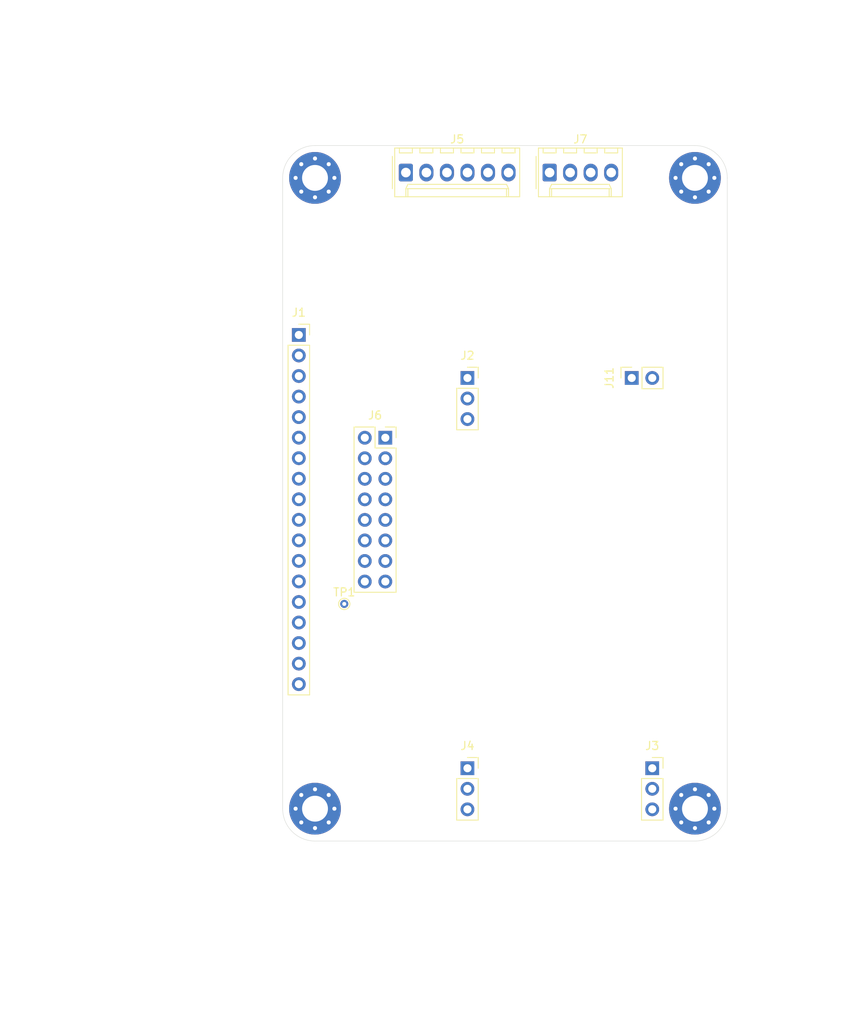
<source format=kicad_pcb>
(kicad_pcb (version 20171130) (host pcbnew "(5.1.6)-1")

  (general
    (thickness 1.6)
    (drawings 17)
    (tracks 0)
    (zones 0)
    (modules 13)
    (nets 21)
  )

  (page A4)
  (layers
    (0 F.Cu signal)
    (31 B.Cu signal)
    (32 B.Adhes user)
    (33 F.Adhes user)
    (34 B.Paste user)
    (35 F.Paste user)
    (36 B.SilkS user)
    (37 F.SilkS user)
    (38 B.Mask user)
    (39 F.Mask user)
    (40 Dwgs.User user)
    (41 Cmts.User user)
    (42 Eco1.User user)
    (43 Eco2.User user)
    (44 Edge.Cuts user)
    (45 Margin user)
    (46 B.CrtYd user)
    (47 F.CrtYd user)
    (48 B.Fab user)
    (49 F.Fab user)
  )

  (setup
    (last_trace_width 0.25)
    (user_trace_width 0.2)
    (user_trace_width 0.5)
    (trace_clearance 0.1)
    (zone_clearance 0.508)
    (zone_45_only no)
    (trace_min 0.2)
    (via_size 0.8)
    (via_drill 0.4)
    (via_min_size 0.4)
    (via_min_drill 0.3)
    (uvia_size 0.3)
    (uvia_drill 0.1)
    (uvias_allowed no)
    (uvia_min_size 0.2)
    (uvia_min_drill 0.1)
    (edge_width 0.05)
    (segment_width 0.2)
    (pcb_text_width 0.3)
    (pcb_text_size 1.5 1.5)
    (mod_edge_width 0.12)
    (mod_text_size 1 1)
    (mod_text_width 0.15)
    (pad_size 1.524 1.524)
    (pad_drill 0.762)
    (pad_to_mask_clearance 0.05)
    (aux_axis_origin 0 0)
    (visible_elements 7FFFFFFF)
    (pcbplotparams
      (layerselection 0x010fc_ffffffff)
      (usegerberextensions false)
      (usegerberattributes true)
      (usegerberadvancedattributes true)
      (creategerberjobfile true)
      (excludeedgelayer true)
      (linewidth 0.100000)
      (plotframeref false)
      (viasonmask false)
      (mode 1)
      (useauxorigin false)
      (hpglpennumber 1)
      (hpglpenspeed 20)
      (hpglpendiameter 15.000000)
      (psnegative false)
      (psa4output false)
      (plotreference true)
      (plotvalue true)
      (plotinvisibletext false)
      (padsonsilk false)
      (subtractmaskfromsilk false)
      (outputformat 1)
      (mirror false)
      (drillshape 1)
      (scaleselection 1)
      (outputdirectory ""))
  )

  (net 0 "")
  (net 1 /+24V)
  (net 2 /SC_BSPD_IMD)
  (net 3 /SC_TSMS_precharge)
  (net 4 /reset)
  (net 5 /CAN1_H)
  (net 6 /CAN1_L)
  (net 7 /CAN2_H)
  (net 8 /CAN2_L)
  (net 9 /SC_AMS_TBD)
  (net 10 /relays_open+)
  (net 11 /relays_open-)
  (net 12 /TS_state_accumulator+)
  (net 13 /TS_state_accumulator-)
  (net 14 /GND)
  (net 15 /enable_AIR+)
  (net 16 /enable_AIR-)
  (net 17 /enable_precharge)
  (net 18 /relays_open)
  (net 19 /AUX1)
  (net 20 /enable_fans)

  (net_class Default "This is the default net class."
    (clearance 0.1)
    (trace_width 0.25)
    (via_dia 0.8)
    (via_drill 0.4)
    (uvia_dia 0.3)
    (uvia_drill 0.1)
    (add_net /AUX1)
    (add_net /CAN1_H)
    (add_net /CAN1_L)
    (add_net /CAN2_H)
    (add_net /CAN2_L)
    (add_net /GND)
    (add_net /SC_AMS_TBD)
    (add_net /SC_BSPD_IMD)
    (add_net /SC_TSMS_precharge)
    (add_net /TS_state_accumulator+)
    (add_net /TS_state_accumulator-)
    (add_net /enable_AIR+)
    (add_net /enable_AIR-)
    (add_net /enable_fans)
    (add_net /enable_precharge)
    (add_net /relays_open)
    (add_net /relays_open+)
    (add_net /relays_open-)
    (add_net /reset)
  )

  (net_class Power ""
    (clearance 0.2)
    (trace_width 0.5)
    (via_dia 0.8)
    (via_drill 0.4)
    (uvia_dia 0.3)
    (uvia_drill 0.1)
    (add_net /+24V)
  )

  (module MountingHole:MountingHole_3.2mm_M3_Pad_Via locked (layer F.Cu) (tedit 56DDBCCA) (tstamp 5F67553F)
    (at 178 54)
    (descr "Mounting Hole 3.2mm, M3")
    (tags "mounting hole 3.2mm m3")
    (path /5F6833F4)
    (attr virtual)
    (fp_text reference H3 (at 0 -4.2) (layer F.SilkS) hide
      (effects (font (size 1 1) (thickness 0.15)))
    )
    (fp_text value MountingHole_Pad (at 0 4.2) (layer F.Fab)
      (effects (font (size 1 1) (thickness 0.15)))
    )
    (fp_circle (center 0 0) (end 3.45 0) (layer F.CrtYd) (width 0.05))
    (fp_circle (center 0 0) (end 3.2 0) (layer Cmts.User) (width 0.15))
    (fp_text user %R (at 0.3 0) (layer F.Fab)
      (effects (font (size 1 1) (thickness 0.15)))
    )
    (pad 1 thru_hole circle (at 1.697056 -1.697056) (size 0.8 0.8) (drill 0.5) (layers *.Cu *.Mask)
      (net 14 /GND))
    (pad 1 thru_hole circle (at 0 -2.4) (size 0.8 0.8) (drill 0.5) (layers *.Cu *.Mask)
      (net 14 /GND))
    (pad 1 thru_hole circle (at -1.697056 -1.697056) (size 0.8 0.8) (drill 0.5) (layers *.Cu *.Mask)
      (net 14 /GND))
    (pad 1 thru_hole circle (at -2.4 0) (size 0.8 0.8) (drill 0.5) (layers *.Cu *.Mask)
      (net 14 /GND))
    (pad 1 thru_hole circle (at -1.697056 1.697056) (size 0.8 0.8) (drill 0.5) (layers *.Cu *.Mask)
      (net 14 /GND))
    (pad 1 thru_hole circle (at 0 2.4) (size 0.8 0.8) (drill 0.5) (layers *.Cu *.Mask)
      (net 14 /GND))
    (pad 1 thru_hole circle (at 1.697056 1.697056) (size 0.8 0.8) (drill 0.5) (layers *.Cu *.Mask)
      (net 14 /GND))
    (pad 1 thru_hole circle (at 2.4 0) (size 0.8 0.8) (drill 0.5) (layers *.Cu *.Mask)
      (net 14 /GND))
    (pad 1 thru_hole circle (at 0 0) (size 6.4 6.4) (drill 3.2) (layers *.Cu *.Mask)
      (net 14 /GND))
  )

  (module MountingHole:MountingHole_3.2mm_M3_Pad_Via locked (layer F.Cu) (tedit 56DDBCCA) (tstamp 5F6634B1)
    (at 131 132)
    (descr "Mounting Hole 3.2mm, M3")
    (tags "mounting hole 3.2mm m3")
    (path /5F6A3F24)
    (attr virtual)
    (fp_text reference H4 (at 0 -4.2) (layer F.SilkS) hide
      (effects (font (size 1 1) (thickness 0.15)))
    )
    (fp_text value MountingHole_Pad (at 0 4.2) (layer F.Fab)
      (effects (font (size 1 1) (thickness 0.15)))
    )
    (fp_circle (center 0 0) (end 3.2 0) (layer Cmts.User) (width 0.15))
    (fp_circle (center 0 0) (end 3.45 0) (layer F.CrtYd) (width 0.05))
    (fp_text user %R (at 0.3 0) (layer F.Fab)
      (effects (font (size 1 1) (thickness 0.15)))
    )
    (pad 1 thru_hole circle (at 0 0) (size 6.4 6.4) (drill 3.2) (layers *.Cu *.Mask)
      (net 14 /GND))
    (pad 1 thru_hole circle (at 2.4 0) (size 0.8 0.8) (drill 0.5) (layers *.Cu *.Mask)
      (net 14 /GND))
    (pad 1 thru_hole circle (at 1.697056 1.697056) (size 0.8 0.8) (drill 0.5) (layers *.Cu *.Mask)
      (net 14 /GND))
    (pad 1 thru_hole circle (at 0 2.4) (size 0.8 0.8) (drill 0.5) (layers *.Cu *.Mask)
      (net 14 /GND))
    (pad 1 thru_hole circle (at -1.697056 1.697056) (size 0.8 0.8) (drill 0.5) (layers *.Cu *.Mask)
      (net 14 /GND))
    (pad 1 thru_hole circle (at -2.4 0) (size 0.8 0.8) (drill 0.5) (layers *.Cu *.Mask)
      (net 14 /GND))
    (pad 1 thru_hole circle (at -1.697056 -1.697056) (size 0.8 0.8) (drill 0.5) (layers *.Cu *.Mask)
      (net 14 /GND))
    (pad 1 thru_hole circle (at 0 -2.4) (size 0.8 0.8) (drill 0.5) (layers *.Cu *.Mask)
      (net 14 /GND))
    (pad 1 thru_hole circle (at 1.697056 -1.697056) (size 0.8 0.8) (drill 0.5) (layers *.Cu *.Mask)
      (net 14 /GND))
  )

  (module MountingHole:MountingHole_3.2mm_M3_Pad_Via locked (layer F.Cu) (tedit 56DDBCCA) (tstamp 5F663481)
    (at 178 132 90)
    (descr "Mounting Hole 3.2mm, M3")
    (tags "mounting hole 3.2mm m3")
    (path /5F682113)
    (attr virtual)
    (fp_text reference H1 (at 0 -4.2 90) (layer F.SilkS) hide
      (effects (font (size 1 1) (thickness 0.15)))
    )
    (fp_text value MountingHole_Pad (at 0 4.2 90) (layer F.Fab)
      (effects (font (size 1 1) (thickness 0.15)))
    )
    (fp_circle (center 0 0) (end 3.45 0) (layer F.CrtYd) (width 0.05))
    (fp_circle (center 0 0) (end 3.2 0) (layer Cmts.User) (width 0.15))
    (fp_text user %R (at 0.3 0 90) (layer F.Fab)
      (effects (font (size 1 1) (thickness 0.15)))
    )
    (pad 1 thru_hole circle (at 1.697056 -1.697056 90) (size 0.8 0.8) (drill 0.5) (layers *.Cu *.Mask)
      (net 14 /GND))
    (pad 1 thru_hole circle (at 0 -2.4 90) (size 0.8 0.8) (drill 0.5) (layers *.Cu *.Mask)
      (net 14 /GND))
    (pad 1 thru_hole circle (at -1.697056 -1.697056 90) (size 0.8 0.8) (drill 0.5) (layers *.Cu *.Mask)
      (net 14 /GND))
    (pad 1 thru_hole circle (at -2.4 0 90) (size 0.8 0.8) (drill 0.5) (layers *.Cu *.Mask)
      (net 14 /GND))
    (pad 1 thru_hole circle (at -1.697056 1.697056 90) (size 0.8 0.8) (drill 0.5) (layers *.Cu *.Mask)
      (net 14 /GND))
    (pad 1 thru_hole circle (at 0 2.4 90) (size 0.8 0.8) (drill 0.5) (layers *.Cu *.Mask)
      (net 14 /GND))
    (pad 1 thru_hole circle (at 1.697056 1.697056 90) (size 0.8 0.8) (drill 0.5) (layers *.Cu *.Mask)
      (net 14 /GND))
    (pad 1 thru_hole circle (at 2.4 0 90) (size 0.8 0.8) (drill 0.5) (layers *.Cu *.Mask)
      (net 14 /GND))
    (pad 1 thru_hole circle (at 0 0 90) (size 6.4 6.4) (drill 3.2) (layers *.Cu *.Mask)
      (net 14 /GND))
  )

  (module MountingHole:MountingHole_3.2mm_M3_Pad_Via locked (layer F.Cu) (tedit 56DDBCCA) (tstamp 5F67556C)
    (at 131 54)
    (descr "Mounting Hole 3.2mm, M3")
    (tags "mounting hole 3.2mm m3")
    (path /5F683118)
    (attr virtual)
    (fp_text reference H2 (at 0 -4.2) (layer F.SilkS) hide
      (effects (font (size 1 1) (thickness 0.15)))
    )
    (fp_text value MountingHole_Pad (at 0 4.2) (layer F.Fab)
      (effects (font (size 1 1) (thickness 0.15)))
    )
    (fp_circle (center 0 0) (end 3.2 0) (layer Cmts.User) (width 0.15))
    (fp_circle (center 0 0) (end 3.45 0) (layer F.CrtYd) (width 0.05))
    (fp_text user %R (at 0.3 0) (layer F.Fab)
      (effects (font (size 1 1) (thickness 0.15)))
    )
    (pad 1 thru_hole circle (at 0 0) (size 6.4 6.4) (drill 3.2) (layers *.Cu *.Mask)
      (net 14 /GND))
    (pad 1 thru_hole circle (at 2.4 0) (size 0.8 0.8) (drill 0.5) (layers *.Cu *.Mask)
      (net 14 /GND))
    (pad 1 thru_hole circle (at 1.697056 1.697056) (size 0.8 0.8) (drill 0.5) (layers *.Cu *.Mask)
      (net 14 /GND))
    (pad 1 thru_hole circle (at 0 2.4) (size 0.8 0.8) (drill 0.5) (layers *.Cu *.Mask)
      (net 14 /GND))
    (pad 1 thru_hole circle (at -1.697056 1.697056) (size 0.8 0.8) (drill 0.5) (layers *.Cu *.Mask)
      (net 14 /GND))
    (pad 1 thru_hole circle (at -2.4 0) (size 0.8 0.8) (drill 0.5) (layers *.Cu *.Mask)
      (net 14 /GND))
    (pad 1 thru_hole circle (at -1.697056 -1.697056) (size 0.8 0.8) (drill 0.5) (layers *.Cu *.Mask)
      (net 14 /GND))
    (pad 1 thru_hole circle (at 0 -2.4) (size 0.8 0.8) (drill 0.5) (layers *.Cu *.Mask)
      (net 14 /GND))
    (pad 1 thru_hole circle (at 1.697056 -1.697056) (size 0.8 0.8) (drill 0.5) (layers *.Cu *.Mask)
      (net 14 /GND))
  )

  (module Connector_Molex:Molex_KK-254_AE-6410-06A_1x06_P2.54mm_Vertical (layer F.Cu) (tedit 5EA53D3B) (tstamp 5F6753E0)
    (at 142.24 53.34)
    (descr "Molex KK-254 Interconnect System, old/engineering part number: AE-6410-06A example for new part number: 22-27-2061, 6 Pins (http://www.molex.com/pdm_docs/sd/022272021_sd.pdf), generated with kicad-footprint-generator")
    (tags "connector Molex KK-254 vertical")
    (path /5E9671BA)
    (fp_text reference J5 (at 6.35 -4.12) (layer F.SilkS)
      (effects (font (size 1 1) (thickness 0.15)))
    )
    (fp_text value Conn_01x06_Male (at 6.35 4.08) (layer F.Fab)
      (effects (font (size 1 1) (thickness 0.15)))
    )
    (fp_line (start -1.27 -2.92) (end -1.27 2.88) (layer F.Fab) (width 0.1))
    (fp_line (start -1.27 2.88) (end 13.97 2.88) (layer F.Fab) (width 0.1))
    (fp_line (start 13.97 2.88) (end 13.97 -2.92) (layer F.Fab) (width 0.1))
    (fp_line (start 13.97 -2.92) (end -1.27 -2.92) (layer F.Fab) (width 0.1))
    (fp_line (start -1.38 -3.03) (end -1.38 2.99) (layer F.SilkS) (width 0.12))
    (fp_line (start -1.38 2.99) (end 14.08 2.99) (layer F.SilkS) (width 0.12))
    (fp_line (start 14.08 2.99) (end 14.08 -3.03) (layer F.SilkS) (width 0.12))
    (fp_line (start 14.08 -3.03) (end -1.38 -3.03) (layer F.SilkS) (width 0.12))
    (fp_line (start -1.67 -2) (end -1.67 2) (layer F.SilkS) (width 0.12))
    (fp_line (start -1.27 -0.5) (end -0.562893 0) (layer F.Fab) (width 0.1))
    (fp_line (start -0.562893 0) (end -1.27 0.5) (layer F.Fab) (width 0.1))
    (fp_line (start 0 2.99) (end 0 1.99) (layer F.SilkS) (width 0.12))
    (fp_line (start 0 1.99) (end 12.7 1.99) (layer F.SilkS) (width 0.12))
    (fp_line (start 12.7 1.99) (end 12.7 2.99) (layer F.SilkS) (width 0.12))
    (fp_line (start 0 1.99) (end 0.25 1.46) (layer F.SilkS) (width 0.12))
    (fp_line (start 0.25 1.46) (end 12.45 1.46) (layer F.SilkS) (width 0.12))
    (fp_line (start 12.45 1.46) (end 12.7 1.99) (layer F.SilkS) (width 0.12))
    (fp_line (start 0.25 2.99) (end 0.25 1.99) (layer F.SilkS) (width 0.12))
    (fp_line (start 12.45 2.99) (end 12.45 1.99) (layer F.SilkS) (width 0.12))
    (fp_line (start -0.8 -3.03) (end -0.8 -2.43) (layer F.SilkS) (width 0.12))
    (fp_line (start -0.8 -2.43) (end 0.8 -2.43) (layer F.SilkS) (width 0.12))
    (fp_line (start 0.8 -2.43) (end 0.8 -3.03) (layer F.SilkS) (width 0.12))
    (fp_line (start 1.74 -3.03) (end 1.74 -2.43) (layer F.SilkS) (width 0.12))
    (fp_line (start 1.74 -2.43) (end 3.34 -2.43) (layer F.SilkS) (width 0.12))
    (fp_line (start 3.34 -2.43) (end 3.34 -3.03) (layer F.SilkS) (width 0.12))
    (fp_line (start 4.28 -3.03) (end 4.28 -2.43) (layer F.SilkS) (width 0.12))
    (fp_line (start 4.28 -2.43) (end 5.88 -2.43) (layer F.SilkS) (width 0.12))
    (fp_line (start 5.88 -2.43) (end 5.88 -3.03) (layer F.SilkS) (width 0.12))
    (fp_line (start 6.82 -3.03) (end 6.82 -2.43) (layer F.SilkS) (width 0.12))
    (fp_line (start 6.82 -2.43) (end 8.42 -2.43) (layer F.SilkS) (width 0.12))
    (fp_line (start 8.42 -2.43) (end 8.42 -3.03) (layer F.SilkS) (width 0.12))
    (fp_line (start 9.36 -3.03) (end 9.36 -2.43) (layer F.SilkS) (width 0.12))
    (fp_line (start 9.36 -2.43) (end 10.96 -2.43) (layer F.SilkS) (width 0.12))
    (fp_line (start 10.96 -2.43) (end 10.96 -3.03) (layer F.SilkS) (width 0.12))
    (fp_line (start 11.9 -3.03) (end 11.9 -2.43) (layer F.SilkS) (width 0.12))
    (fp_line (start 11.9 -2.43) (end 13.5 -2.43) (layer F.SilkS) (width 0.12))
    (fp_line (start 13.5 -2.43) (end 13.5 -3.03) (layer F.SilkS) (width 0.12))
    (fp_line (start -1.77 -3.42) (end -1.77 3.38) (layer F.CrtYd) (width 0.05))
    (fp_line (start -1.77 3.38) (end 14.47 3.38) (layer F.CrtYd) (width 0.05))
    (fp_line (start 14.47 3.38) (end 14.47 -3.42) (layer F.CrtYd) (width 0.05))
    (fp_line (start 14.47 -3.42) (end -1.77 -3.42) (layer F.CrtYd) (width 0.05))
    (fp_text user %R (at 6.35 -2.22) (layer F.Fab)
      (effects (font (size 1 1) (thickness 0.15)))
    )
    (pad 1 thru_hole roundrect (at 0 0) (size 1.74 2.19) (drill 1.19) (layers *.Cu *.Mask) (roundrect_rratio 0.143678)
      (net 1 /+24V))
    (pad 2 thru_hole oval (at 2.54 0) (size 1.74 2.19) (drill 1.19) (layers *.Cu *.Mask)
      (net 14 /GND))
    (pad 3 thru_hole oval (at 5.08 0) (size 1.74 2.19) (drill 1.19) (layers *.Cu *.Mask)
      (net 6 /CAN1_L))
    (pad 4 thru_hole oval (at 7.62 0) (size 1.74 2.19) (drill 1.19) (layers *.Cu *.Mask)
      (net 5 /CAN1_H))
    (pad 5 thru_hole oval (at 10.16 0) (size 1.74 2.19) (drill 1.19) (layers *.Cu *.Mask))
    (pad 6 thru_hole oval (at 12.7 0) (size 1.74 2.19) (drill 1.19) (layers *.Cu *.Mask))
    (model ${KISYS3DMOD}/Connector_Molex.3dshapes/Molex_KK-254_AE-6410-06A_1x06_P2.54mm_Vertical.wrl
      (at (xyz 0 0 0))
      (scale (xyz 1 1 1))
      (rotate (xyz 0 0 0))
    )
  )

  (module Connector_Molex:Molex_KK-254_AE-6410-04A_1x04_P2.54mm_Vertical (layer F.Cu) (tedit 5EA53D3B) (tstamp 5F675471)
    (at 160.02 53.34)
    (descr "Molex KK-254 Interconnect System, old/engineering part number: AE-6410-04A example for new part number: 22-27-2041, 4 Pins (http://www.molex.com/pdm_docs/sd/022272021_sd.pdf), generated with kicad-footprint-generator")
    (tags "connector Molex KK-254 vertical")
    (path /5E992703)
    (fp_text reference J7 (at 3.81 -4.12) (layer F.SilkS)
      (effects (font (size 1 1) (thickness 0.15)))
    )
    (fp_text value Conn_01x04_Male (at 3.81 4.08) (layer F.Fab)
      (effects (font (size 1 1) (thickness 0.15)))
    )
    (fp_line (start -1.27 -2.92) (end -1.27 2.88) (layer F.Fab) (width 0.1))
    (fp_line (start -1.27 2.88) (end 8.89 2.88) (layer F.Fab) (width 0.1))
    (fp_line (start 8.89 2.88) (end 8.89 -2.92) (layer F.Fab) (width 0.1))
    (fp_line (start 8.89 -2.92) (end -1.27 -2.92) (layer F.Fab) (width 0.1))
    (fp_line (start -1.38 -3.03) (end -1.38 2.99) (layer F.SilkS) (width 0.12))
    (fp_line (start -1.38 2.99) (end 9 2.99) (layer F.SilkS) (width 0.12))
    (fp_line (start 9 2.99) (end 9 -3.03) (layer F.SilkS) (width 0.12))
    (fp_line (start 9 -3.03) (end -1.38 -3.03) (layer F.SilkS) (width 0.12))
    (fp_line (start -1.67 -2) (end -1.67 2) (layer F.SilkS) (width 0.12))
    (fp_line (start -1.27 -0.5) (end -0.562893 0) (layer F.Fab) (width 0.1))
    (fp_line (start -0.562893 0) (end -1.27 0.5) (layer F.Fab) (width 0.1))
    (fp_line (start 0 2.99) (end 0 1.99) (layer F.SilkS) (width 0.12))
    (fp_line (start 0 1.99) (end 7.62 1.99) (layer F.SilkS) (width 0.12))
    (fp_line (start 7.62 1.99) (end 7.62 2.99) (layer F.SilkS) (width 0.12))
    (fp_line (start 0 1.99) (end 0.25 1.46) (layer F.SilkS) (width 0.12))
    (fp_line (start 0.25 1.46) (end 7.37 1.46) (layer F.SilkS) (width 0.12))
    (fp_line (start 7.37 1.46) (end 7.62 1.99) (layer F.SilkS) (width 0.12))
    (fp_line (start 0.25 2.99) (end 0.25 1.99) (layer F.SilkS) (width 0.12))
    (fp_line (start 7.37 2.99) (end 7.37 1.99) (layer F.SilkS) (width 0.12))
    (fp_line (start -0.8 -3.03) (end -0.8 -2.43) (layer F.SilkS) (width 0.12))
    (fp_line (start -0.8 -2.43) (end 0.8 -2.43) (layer F.SilkS) (width 0.12))
    (fp_line (start 0.8 -2.43) (end 0.8 -3.03) (layer F.SilkS) (width 0.12))
    (fp_line (start 1.74 -3.03) (end 1.74 -2.43) (layer F.SilkS) (width 0.12))
    (fp_line (start 1.74 -2.43) (end 3.34 -2.43) (layer F.SilkS) (width 0.12))
    (fp_line (start 3.34 -2.43) (end 3.34 -3.03) (layer F.SilkS) (width 0.12))
    (fp_line (start 4.28 -3.03) (end 4.28 -2.43) (layer F.SilkS) (width 0.12))
    (fp_line (start 4.28 -2.43) (end 5.88 -2.43) (layer F.SilkS) (width 0.12))
    (fp_line (start 5.88 -2.43) (end 5.88 -3.03) (layer F.SilkS) (width 0.12))
    (fp_line (start 6.82 -3.03) (end 6.82 -2.43) (layer F.SilkS) (width 0.12))
    (fp_line (start 6.82 -2.43) (end 8.42 -2.43) (layer F.SilkS) (width 0.12))
    (fp_line (start 8.42 -2.43) (end 8.42 -3.03) (layer F.SilkS) (width 0.12))
    (fp_line (start -1.77 -3.42) (end -1.77 3.38) (layer F.CrtYd) (width 0.05))
    (fp_line (start -1.77 3.38) (end 9.39 3.38) (layer F.CrtYd) (width 0.05))
    (fp_line (start 9.39 3.38) (end 9.39 -3.42) (layer F.CrtYd) (width 0.05))
    (fp_line (start 9.39 -3.42) (end -1.77 -3.42) (layer F.CrtYd) (width 0.05))
    (fp_text user %R (at 3.81 -2.22) (layer F.Fab)
      (effects (font (size 1 1) (thickness 0.15)))
    )
    (pad 1 thru_hole roundrect (at 0 0) (size 1.74 2.19) (drill 1.19) (layers *.Cu *.Mask) (roundrect_rratio 0.143678)
      (net 1 /+24V))
    (pad 2 thru_hole oval (at 2.54 0) (size 1.74 2.19) (drill 1.19) (layers *.Cu *.Mask)
      (net 12 /TS_state_accumulator+))
    (pad 3 thru_hole oval (at 5.08 0) (size 1.74 2.19) (drill 1.19) (layers *.Cu *.Mask)
      (net 13 /TS_state_accumulator-))
    (pad 4 thru_hole oval (at 7.62 0) (size 1.74 2.19) (drill 1.19) (layers *.Cu *.Mask)
      (net 14 /GND))
    (model ${KISYS3DMOD}/Connector_Molex.3dshapes/Molex_KK-254_AE-6410-04A_1x04_P2.54mm_Vertical.wrl
      (at (xyz 0 0 0))
      (scale (xyz 1 1 1))
      (rotate (xyz 0 0 0))
    )
  )

  (module Connector_PinSocket_2.54mm:PinSocket_1x03_P2.54mm_Vertical (layer F.Cu) (tedit 5A19A429) (tstamp 5F6629C4)
    (at 149.86 78.74)
    (descr "Through hole straight socket strip, 1x03, 2.54mm pitch, single row (from Kicad 4.0.7), script generated")
    (tags "Through hole socket strip THT 1x03 2.54mm single row")
    (path /5F66EB02)
    (fp_text reference J2 (at 0 -2.77) (layer F.SilkS)
      (effects (font (size 1 1) (thickness 0.15)))
    )
    (fp_text value Conn_01x03_Female (at 0 7.85) (layer F.Fab)
      (effects (font (size 1 1) (thickness 0.15)))
    )
    (fp_line (start -1.8 6.85) (end -1.8 -1.8) (layer F.CrtYd) (width 0.05))
    (fp_line (start 1.75 6.85) (end -1.8 6.85) (layer F.CrtYd) (width 0.05))
    (fp_line (start 1.75 -1.8) (end 1.75 6.85) (layer F.CrtYd) (width 0.05))
    (fp_line (start -1.8 -1.8) (end 1.75 -1.8) (layer F.CrtYd) (width 0.05))
    (fp_line (start 0 -1.33) (end 1.33 -1.33) (layer F.SilkS) (width 0.12))
    (fp_line (start 1.33 -1.33) (end 1.33 0) (layer F.SilkS) (width 0.12))
    (fp_line (start 1.33 1.27) (end 1.33 6.41) (layer F.SilkS) (width 0.12))
    (fp_line (start -1.33 6.41) (end 1.33 6.41) (layer F.SilkS) (width 0.12))
    (fp_line (start -1.33 1.27) (end -1.33 6.41) (layer F.SilkS) (width 0.12))
    (fp_line (start -1.33 1.27) (end 1.33 1.27) (layer F.SilkS) (width 0.12))
    (fp_line (start -1.27 6.35) (end -1.27 -1.27) (layer F.Fab) (width 0.1))
    (fp_line (start 1.27 6.35) (end -1.27 6.35) (layer F.Fab) (width 0.1))
    (fp_line (start 1.27 -0.635) (end 1.27 6.35) (layer F.Fab) (width 0.1))
    (fp_line (start 0.635 -1.27) (end 1.27 -0.635) (layer F.Fab) (width 0.1))
    (fp_line (start -1.27 -1.27) (end 0.635 -1.27) (layer F.Fab) (width 0.1))
    (fp_text user %R (at 0 2.54 90) (layer F.Fab)
      (effects (font (size 1 1) (thickness 0.15)))
    )
    (pad 1 thru_hole rect (at 0 0) (size 1.7 1.7) (drill 1) (layers *.Cu *.Mask)
      (net 15 /enable_AIR+))
    (pad 2 thru_hole oval (at 0 2.54) (size 1.7 1.7) (drill 1) (layers *.Cu *.Mask)
      (net 16 /enable_AIR-))
    (pad 3 thru_hole oval (at 0 5.08) (size 1.7 1.7) (drill 1) (layers *.Cu *.Mask)
      (net 17 /enable_precharge))
    (model ${KISYS3DMOD}/Connector_PinSocket_2.54mm.3dshapes/PinSocket_1x03_P2.54mm_Vertical.wrl
      (at (xyz 0 0 0))
      (scale (xyz 1 1 1))
      (rotate (xyz 0 0 0))
    )
  )

  (module Connector_PinSocket_2.54mm:PinSocket_1x03_P2.54mm_Vertical (layer F.Cu) (tedit 5A19A429) (tstamp 5F6629DB)
    (at 172.72 127)
    (descr "Through hole straight socket strip, 1x03, 2.54mm pitch, single row (from Kicad 4.0.7), script generated")
    (tags "Through hole socket strip THT 1x03 2.54mm single row")
    (path /5F6718C5)
    (fp_text reference J3 (at 0 -2.77) (layer F.SilkS)
      (effects (font (size 1 1) (thickness 0.15)))
    )
    (fp_text value Conn_01x03_Female (at 0 7.85) (layer F.Fab)
      (effects (font (size 1 1) (thickness 0.15)))
    )
    (fp_line (start -1.27 -1.27) (end 0.635 -1.27) (layer F.Fab) (width 0.1))
    (fp_line (start 0.635 -1.27) (end 1.27 -0.635) (layer F.Fab) (width 0.1))
    (fp_line (start 1.27 -0.635) (end 1.27 6.35) (layer F.Fab) (width 0.1))
    (fp_line (start 1.27 6.35) (end -1.27 6.35) (layer F.Fab) (width 0.1))
    (fp_line (start -1.27 6.35) (end -1.27 -1.27) (layer F.Fab) (width 0.1))
    (fp_line (start -1.33 1.27) (end 1.33 1.27) (layer F.SilkS) (width 0.12))
    (fp_line (start -1.33 1.27) (end -1.33 6.41) (layer F.SilkS) (width 0.12))
    (fp_line (start -1.33 6.41) (end 1.33 6.41) (layer F.SilkS) (width 0.12))
    (fp_line (start 1.33 1.27) (end 1.33 6.41) (layer F.SilkS) (width 0.12))
    (fp_line (start 1.33 -1.33) (end 1.33 0) (layer F.SilkS) (width 0.12))
    (fp_line (start 0 -1.33) (end 1.33 -1.33) (layer F.SilkS) (width 0.12))
    (fp_line (start -1.8 -1.8) (end 1.75 -1.8) (layer F.CrtYd) (width 0.05))
    (fp_line (start 1.75 -1.8) (end 1.75 6.85) (layer F.CrtYd) (width 0.05))
    (fp_line (start 1.75 6.85) (end -1.8 6.85) (layer F.CrtYd) (width 0.05))
    (fp_line (start -1.8 6.85) (end -1.8 -1.8) (layer F.CrtYd) (width 0.05))
    (fp_text user %R (at 0 2.54 -270) (layer F.Fab)
      (effects (font (size 1 1) (thickness 0.15)))
    )
    (pad 3 thru_hole oval (at 0 5.08) (size 1.7 1.7) (drill 1) (layers *.Cu *.Mask)
      (net 11 /relays_open-))
    (pad 2 thru_hole oval (at 0 2.54) (size 1.7 1.7) (drill 1) (layers *.Cu *.Mask)
      (net 10 /relays_open+))
    (pad 1 thru_hole rect (at 0 0) (size 1.7 1.7) (drill 1) (layers *.Cu *.Mask)
      (net 18 /relays_open))
    (model ${KISYS3DMOD}/Connector_PinSocket_2.54mm.3dshapes/PinSocket_1x03_P2.54mm_Vertical.wrl
      (at (xyz 0 0 0))
      (scale (xyz 1 1 1))
      (rotate (xyz 0 0 0))
    )
  )

  (module Connector_PinSocket_2.54mm:PinSocket_1x03_P2.54mm_Vertical (layer F.Cu) (tedit 5A19A429) (tstamp 5F784E74)
    (at 149.86 127)
    (descr "Through hole straight socket strip, 1x03, 2.54mm pitch, single row (from Kicad 4.0.7), script generated")
    (tags "Through hole socket strip THT 1x03 2.54mm single row")
    (path /5F6725A1)
    (fp_text reference J4 (at 0 -2.77) (layer F.SilkS)
      (effects (font (size 1 1) (thickness 0.15)))
    )
    (fp_text value Conn_01x03_Female (at 0 7.85) (layer F.Fab)
      (effects (font (size 1 1) (thickness 0.15)))
    )
    (fp_line (start -1.8 6.85) (end -1.8 -1.8) (layer F.CrtYd) (width 0.05))
    (fp_line (start 1.75 6.85) (end -1.8 6.85) (layer F.CrtYd) (width 0.05))
    (fp_line (start 1.75 -1.8) (end 1.75 6.85) (layer F.CrtYd) (width 0.05))
    (fp_line (start -1.8 -1.8) (end 1.75 -1.8) (layer F.CrtYd) (width 0.05))
    (fp_line (start 0 -1.33) (end 1.33 -1.33) (layer F.SilkS) (width 0.12))
    (fp_line (start 1.33 -1.33) (end 1.33 0) (layer F.SilkS) (width 0.12))
    (fp_line (start 1.33 1.27) (end 1.33 6.41) (layer F.SilkS) (width 0.12))
    (fp_line (start -1.33 6.41) (end 1.33 6.41) (layer F.SilkS) (width 0.12))
    (fp_line (start -1.33 1.27) (end -1.33 6.41) (layer F.SilkS) (width 0.12))
    (fp_line (start -1.33 1.27) (end 1.33 1.27) (layer F.SilkS) (width 0.12))
    (fp_line (start -1.27 6.35) (end -1.27 -1.27) (layer F.Fab) (width 0.1))
    (fp_line (start 1.27 6.35) (end -1.27 6.35) (layer F.Fab) (width 0.1))
    (fp_line (start 1.27 -0.635) (end 1.27 6.35) (layer F.Fab) (width 0.1))
    (fp_line (start 0.635 -1.27) (end 1.27 -0.635) (layer F.Fab) (width 0.1))
    (fp_line (start -1.27 -1.27) (end 0.635 -1.27) (layer F.Fab) (width 0.1))
    (fp_text user %R (at 0 2.54 90) (layer F.Fab)
      (effects (font (size 1 1) (thickness 0.15)))
    )
    (pad 1 thru_hole rect (at 0 0) (size 1.7 1.7) (drill 1) (layers *.Cu *.Mask)
      (net 1 /+24V))
    (pad 2 thru_hole oval (at 0 2.54) (size 1.7 1.7) (drill 1) (layers *.Cu *.Mask)
      (net 3 /SC_TSMS_precharge))
    (pad 3 thru_hole oval (at 0 5.08) (size 1.7 1.7) (drill 1) (layers *.Cu *.Mask)
      (net 14 /GND))
    (model ${KISYS3DMOD}/Connector_PinSocket_2.54mm.3dshapes/PinSocket_1x03_P2.54mm_Vertical.wrl
      (at (xyz 0 0 0))
      (scale (xyz 1 1 1))
      (rotate (xyz 0 0 0))
    )
  )

  (module Connector_PinSocket_2.54mm:PinSocket_1x02_P2.54mm_Vertical (layer F.Cu) (tedit 5A19A420) (tstamp 5F75F822)
    (at 170.18 78.74 90)
    (descr "Through hole straight socket strip, 1x02, 2.54mm pitch, single row (from Kicad 4.0.7), script generated")
    (tags "Through hole socket strip THT 1x02 2.54mm single row")
    (path /5F669597)
    (fp_text reference J11 (at 0 -2.77 90) (layer F.SilkS)
      (effects (font (size 1 1) (thickness 0.15)))
    )
    (fp_text value Conn_01x02_Female (at 0 5.31 90) (layer F.Fab)
      (effects (font (size 1 1) (thickness 0.15)))
    )
    (fp_line (start -1.8 4.3) (end -1.8 -1.8) (layer F.CrtYd) (width 0.05))
    (fp_line (start 1.75 4.3) (end -1.8 4.3) (layer F.CrtYd) (width 0.05))
    (fp_line (start 1.75 -1.8) (end 1.75 4.3) (layer F.CrtYd) (width 0.05))
    (fp_line (start -1.8 -1.8) (end 1.75 -1.8) (layer F.CrtYd) (width 0.05))
    (fp_line (start 0 -1.33) (end 1.33 -1.33) (layer F.SilkS) (width 0.12))
    (fp_line (start 1.33 -1.33) (end 1.33 0) (layer F.SilkS) (width 0.12))
    (fp_line (start 1.33 1.27) (end 1.33 3.87) (layer F.SilkS) (width 0.12))
    (fp_line (start -1.33 3.87) (end 1.33 3.87) (layer F.SilkS) (width 0.12))
    (fp_line (start -1.33 1.27) (end -1.33 3.87) (layer F.SilkS) (width 0.12))
    (fp_line (start -1.33 1.27) (end 1.33 1.27) (layer F.SilkS) (width 0.12))
    (fp_line (start -1.27 3.81) (end -1.27 -1.27) (layer F.Fab) (width 0.1))
    (fp_line (start 1.27 3.81) (end -1.27 3.81) (layer F.Fab) (width 0.1))
    (fp_line (start 1.27 -0.635) (end 1.27 3.81) (layer F.Fab) (width 0.1))
    (fp_line (start 0.635 -1.27) (end 1.27 -0.635) (layer F.Fab) (width 0.1))
    (fp_line (start -1.27 -1.27) (end 0.635 -1.27) (layer F.Fab) (width 0.1))
    (fp_text user %R (at 0 1.27) (layer F.Fab)
      (effects (font (size 1 1) (thickness 0.15)))
    )
    (pad 1 thru_hole rect (at 0 0 90) (size 1.7 1.7) (drill 1) (layers *.Cu *.Mask)
      (net 14 /GND))
    (pad 2 thru_hole oval (at 0 2.54 90) (size 1.7 1.7) (drill 1) (layers *.Cu *.Mask)
      (net 14 /GND))
    (model ${KISYS3DMOD}/Connector_PinSocket_2.54mm.3dshapes/PinSocket_1x02_P2.54mm_Vertical.wrl
      (at (xyz 0 0 0))
      (scale (xyz 1 1 1))
      (rotate (xyz 0 0 0))
    )
  )

  (module TestPoint:TestPoint_THTPad_D1.0mm_Drill0.5mm (layer F.Cu) (tedit 5A0F774F) (tstamp 5F6B4D43)
    (at 134.62 106.68)
    (descr "THT pad as test Point, diameter 1.0mm, hole diameter 0.5mm")
    (tags "test point THT pad")
    (path /5F6B676D)
    (attr virtual)
    (fp_text reference TP1 (at 0 -1.448) (layer F.SilkS)
      (effects (font (size 1 1) (thickness 0.15)))
    )
    (fp_text value TestPoint (at 0 1.55) (layer F.Fab)
      (effects (font (size 1 1) (thickness 0.15)))
    )
    (fp_circle (center 0 0) (end 1 0) (layer F.CrtYd) (width 0.05))
    (fp_circle (center 0 0) (end 0 0.7) (layer F.SilkS) (width 0.12))
    (fp_text user %R (at 0 -1.45) (layer F.Fab)
      (effects (font (size 1 1) (thickness 0.15)))
    )
    (pad 1 thru_hole circle (at 0 0) (size 1 1) (drill 0.5) (layers *.Cu *.Mask)
      (net 19 /AUX1))
  )

  (module Connector_PinSocket_2.54mm:PinSocket_1x18_P2.54mm_Vertical locked (layer F.Cu) (tedit 5A19A434) (tstamp 5F79D632)
    (at 129 73.42)
    (descr "Through hole straight socket strip, 1x18, 2.54mm pitch, single row (from Kicad 4.0.7), script generated")
    (tags "Through hole socket strip THT 1x18 2.54mm single row")
    (path /5F75EB9E)
    (fp_text reference J1 (at 0 -2.77) (layer F.SilkS)
      (effects (font (size 1 1) (thickness 0.15)))
    )
    (fp_text value Conn_01x18_Female (at 0 45.95) (layer F.Fab)
      (effects (font (size 1 1) (thickness 0.15)))
    )
    (fp_line (start -1.27 -1.27) (end 0.635 -1.27) (layer F.Fab) (width 0.1))
    (fp_line (start 0.635 -1.27) (end 1.27 -0.635) (layer F.Fab) (width 0.1))
    (fp_line (start 1.27 -0.635) (end 1.27 44.45) (layer F.Fab) (width 0.1))
    (fp_line (start 1.27 44.45) (end -1.27 44.45) (layer F.Fab) (width 0.1))
    (fp_line (start -1.27 44.45) (end -1.27 -1.27) (layer F.Fab) (width 0.1))
    (fp_line (start -1.33 1.27) (end 1.33 1.27) (layer F.SilkS) (width 0.12))
    (fp_line (start -1.33 1.27) (end -1.33 44.51) (layer F.SilkS) (width 0.12))
    (fp_line (start -1.33 44.51) (end 1.33 44.51) (layer F.SilkS) (width 0.12))
    (fp_line (start 1.33 1.27) (end 1.33 44.51) (layer F.SilkS) (width 0.12))
    (fp_line (start 1.33 -1.33) (end 1.33 0) (layer F.SilkS) (width 0.12))
    (fp_line (start 0 -1.33) (end 1.33 -1.33) (layer F.SilkS) (width 0.12))
    (fp_line (start -1.8 -1.8) (end 1.75 -1.8) (layer F.CrtYd) (width 0.05))
    (fp_line (start 1.75 -1.8) (end 1.75 44.95) (layer F.CrtYd) (width 0.05))
    (fp_line (start 1.75 44.95) (end -1.8 44.95) (layer F.CrtYd) (width 0.05))
    (fp_line (start -1.8 44.95) (end -1.8 -1.8) (layer F.CrtYd) (width 0.05))
    (fp_text user %R (at 0 21.59 90) (layer F.Fab)
      (effects (font (size 1 1) (thickness 0.15)))
    )
    (pad 1 thru_hole rect (at 0 0) (size 1.7 1.7) (drill 1) (layers *.Cu *.Mask)
      (net 1 /+24V))
    (pad 2 thru_hole oval (at 0 2.54) (size 1.7 1.7) (drill 1) (layers *.Cu *.Mask)
      (net 2 /SC_BSPD_IMD))
    (pad 3 thru_hole oval (at 0 5.08) (size 1.7 1.7) (drill 1) (layers *.Cu *.Mask)
      (net 3 /SC_TSMS_precharge))
    (pad 4 thru_hole oval (at 0 7.62) (size 1.7 1.7) (drill 1) (layers *.Cu *.Mask)
      (net 4 /reset))
    (pad 5 thru_hole oval (at 0 10.16) (size 1.7 1.7) (drill 1) (layers *.Cu *.Mask)
      (net 5 /CAN1_H))
    (pad 6 thru_hole oval (at 0 12.7) (size 1.7 1.7) (drill 1) (layers *.Cu *.Mask)
      (net 6 /CAN1_L))
    (pad 7 thru_hole oval (at 0 15.24) (size 1.7 1.7) (drill 1) (layers *.Cu *.Mask)
      (net 7 /CAN2_H))
    (pad 8 thru_hole oval (at 0 17.78) (size 1.7 1.7) (drill 1) (layers *.Cu *.Mask)
      (net 8 /CAN2_L))
    (pad 9 thru_hole oval (at 0 20.32) (size 1.7 1.7) (drill 1) (layers *.Cu *.Mask)
      (net 9 /SC_AMS_TBD))
    (pad 10 thru_hole oval (at 0 22.86) (size 1.7 1.7) (drill 1) (layers *.Cu *.Mask)
      (net 10 /relays_open+))
    (pad 11 thru_hole oval (at 0 25.4) (size 1.7 1.7) (drill 1) (layers *.Cu *.Mask)
      (net 11 /relays_open-))
    (pad 12 thru_hole oval (at 0 27.94) (size 1.7 1.7) (drill 1) (layers *.Cu *.Mask)
      (net 12 /TS_state_accumulator+))
    (pad 13 thru_hole oval (at 0 30.48) (size 1.7 1.7) (drill 1) (layers *.Cu *.Mask)
      (net 13 /TS_state_accumulator-))
    (pad 14 thru_hole oval (at 0 33.02) (size 1.7 1.7) (drill 1) (layers *.Cu *.Mask)
      (net 19 /AUX1))
    (pad 15 thru_hole oval (at 0 35.56) (size 1.7 1.7) (drill 1) (layers *.Cu *.Mask)
      (net 20 /enable_fans))
    (pad 16 thru_hole oval (at 0 38.1) (size 1.7 1.7) (drill 1) (layers *.Cu *.Mask))
    (pad 17 thru_hole oval (at 0 40.64) (size 1.7 1.7) (drill 1) (layers *.Cu *.Mask))
    (pad 18 thru_hole oval (at 0 43.18) (size 1.7 1.7) (drill 1) (layers *.Cu *.Mask)
      (net 14 /GND))
    (model ${KISYS3DMOD}/Connector_PinSocket_2.54mm.3dshapes/PinSocket_1x18_P2.54mm_Vertical.wrl
      (at (xyz 0 0 0))
      (scale (xyz 1 1 1))
      (rotate (xyz 0 0 0))
    )
  )

  (module Connector_PinSocket_2.54mm:PinSocket_2x08_P2.54mm_Vertical locked (layer F.Cu) (tedit 5A19A42B) (tstamp 5F78543C)
    (at 139.7 86.13)
    (descr "Through hole straight socket strip, 2x08, 2.54mm pitch, double cols (from Kicad 4.0.7), script generated")
    (tags "Through hole socket strip THT 2x08 2.54mm double row")
    (path /5F786F61)
    (fp_text reference J6 (at -1.27 -2.77) (layer F.SilkS)
      (effects (font (size 1 1) (thickness 0.15)))
    )
    (fp_text value Conn_01x16_Female (at -1.27 20.55) (layer F.Fab)
      (effects (font (size 1 1) (thickness 0.15)))
    )
    (fp_line (start -3.81 -1.27) (end 0.27 -1.27) (layer F.Fab) (width 0.1))
    (fp_line (start 0.27 -1.27) (end 1.27 -0.27) (layer F.Fab) (width 0.1))
    (fp_line (start 1.27 -0.27) (end 1.27 19.05) (layer F.Fab) (width 0.1))
    (fp_line (start 1.27 19.05) (end -3.81 19.05) (layer F.Fab) (width 0.1))
    (fp_line (start -3.81 19.05) (end -3.81 -1.27) (layer F.Fab) (width 0.1))
    (fp_line (start -3.87 -1.33) (end -1.27 -1.33) (layer F.SilkS) (width 0.12))
    (fp_line (start -3.87 -1.33) (end -3.87 19.11) (layer F.SilkS) (width 0.12))
    (fp_line (start -3.87 19.11) (end 1.33 19.11) (layer F.SilkS) (width 0.12))
    (fp_line (start 1.33 1.27) (end 1.33 19.11) (layer F.SilkS) (width 0.12))
    (fp_line (start -1.27 1.27) (end 1.33 1.27) (layer F.SilkS) (width 0.12))
    (fp_line (start -1.27 -1.33) (end -1.27 1.27) (layer F.SilkS) (width 0.12))
    (fp_line (start 1.33 -1.33) (end 1.33 0) (layer F.SilkS) (width 0.12))
    (fp_line (start 0 -1.33) (end 1.33 -1.33) (layer F.SilkS) (width 0.12))
    (fp_line (start -4.34 -1.8) (end 1.76 -1.8) (layer F.CrtYd) (width 0.05))
    (fp_line (start 1.76 -1.8) (end 1.76 19.55) (layer F.CrtYd) (width 0.05))
    (fp_line (start 1.76 19.55) (end -4.34 19.55) (layer F.CrtYd) (width 0.05))
    (fp_line (start -4.34 19.55) (end -4.34 -1.8) (layer F.CrtYd) (width 0.05))
    (fp_text user %R (at -1.27 8.89 90) (layer F.Fab)
      (effects (font (size 1 1) (thickness 0.15)))
    )
    (pad 1 thru_hole rect (at 0 0) (size 1.7 1.7) (drill 1) (layers *.Cu *.Mask)
      (net 1 /+24V))
    (pad 2 thru_hole oval (at -2.54 0) (size 1.7 1.7) (drill 1) (layers *.Cu *.Mask)
      (net 4 /reset))
    (pad 3 thru_hole oval (at 0 2.54) (size 1.7 1.7) (drill 1) (layers *.Cu *.Mask)
      (net 2 /SC_BSPD_IMD))
    (pad 4 thru_hole oval (at -2.54 2.54) (size 1.7 1.7) (drill 1) (layers *.Cu *.Mask)
      (net 3 /SC_TSMS_precharge))
    (pad 5 thru_hole oval (at 0 5.08) (size 1.7 1.7) (drill 1) (layers *.Cu *.Mask)
      (net 18 /relays_open))
    (pad 6 thru_hole oval (at -2.54 5.08) (size 1.7 1.7) (drill 1) (layers *.Cu *.Mask)
      (net 5 /CAN1_H))
    (pad 7 thru_hole oval (at 0 7.62) (size 1.7 1.7) (drill 1) (layers *.Cu *.Mask)
      (net 6 /CAN1_L))
    (pad 8 thru_hole oval (at -2.54 7.62) (size 1.7 1.7) (drill 1) (layers *.Cu *.Mask)
      (net 7 /CAN2_H))
    (pad 9 thru_hole oval (at 0 10.16) (size 1.7 1.7) (drill 1) (layers *.Cu *.Mask)
      (net 8 /CAN2_L))
    (pad 10 thru_hole oval (at -2.54 10.16) (size 1.7 1.7) (drill 1) (layers *.Cu *.Mask)
      (net 15 /enable_AIR+))
    (pad 11 thru_hole oval (at 0 12.7) (size 1.7 1.7) (drill 1) (layers *.Cu *.Mask)
      (net 16 /enable_AIR-))
    (pad 12 thru_hole oval (at -2.54 12.7) (size 1.7 1.7) (drill 1) (layers *.Cu *.Mask)
      (net 17 /enable_precharge))
    (pad 13 thru_hole oval (at 0 15.24) (size 1.7 1.7) (drill 1) (layers *.Cu *.Mask)
      (net 9 /SC_AMS_TBD))
    (pad 14 thru_hole oval (at -2.54 15.24) (size 1.7 1.7) (drill 1) (layers *.Cu *.Mask)
      (net 20 /enable_fans))
    (pad 15 thru_hole oval (at 0 17.78) (size 1.7 1.7) (drill 1) (layers *.Cu *.Mask)
      (net 19 /AUX1))
    (pad 16 thru_hole oval (at -2.54 17.78) (size 1.7 1.7) (drill 1) (layers *.Cu *.Mask)
      (net 14 /GND))
    (model ${KISYS3DMOD}/Connector_PinSocket_2.54mm.3dshapes/PinSocket_2x08_P2.54mm_Vertical.wrl
      (at (xyz 0 0 0))
      (scale (xyz 1 1 1))
      (rotate (xyz 0 0 0))
    )
  )

  (dimension 45 (width 0.15) (layer Dwgs.User)
    (gr_text "45.000 mm" (at 110.7 72.5 270) (layer Dwgs.User)
      (effects (font (size 1 1) (thickness 0.15)))
    )
    (feature1 (pts (xy 139 95) (xy 111.413579 95)))
    (feature2 (pts (xy 139 50) (xy 111.413579 50)))
    (crossbar (pts (xy 112 50) (xy 112 95)))
    (arrow1a (pts (xy 112 95) (xy 111.413579 93.873496)))
    (arrow1b (pts (xy 112 95) (xy 112.586421 93.873496)))
    (arrow2a (pts (xy 112 50) (xy 111.413579 51.126504)))
    (arrow2b (pts (xy 112 50) (xy 112.586421 51.126504)))
  )
  (dimension 78 (width 0.15) (layer Dwgs.User)
    (gr_text "78.000 mm" (at 95.7 93 270) (layer Dwgs.User)
      (effects (font (size 1 1) (thickness 0.15)))
    )
    (feature1 (pts (xy 178 132) (xy 96.413579 132)))
    (feature2 (pts (xy 178 54) (xy 96.413579 54)))
    (crossbar (pts (xy 97 54) (xy 97 132)))
    (arrow1a (pts (xy 97 132) (xy 96.413579 130.873496)))
    (arrow1b (pts (xy 97 132) (xy 97.586421 130.873496)))
    (arrow2a (pts (xy 97 54) (xy 96.413579 55.126504)))
    (arrow2b (pts (xy 97 54) (xy 97.586421 55.126504)))
  )
  (dimension 23.537205 (width 0.15) (layer Dwgs.User)
    (gr_text "23.537 mm" (at 136.17013 61.863072 77.73522627) (layer Dwgs.User)
      (effects (font (size 1 1) (thickness 0.15)))
    )
    (feature1 (pts (xy 132 73) (xy 132.972837 73.211486)))
    (feature2 (pts (xy 137 50) (xy 137.972837 50.211486)))
    (crossbar (pts (xy 137.399801 50.086913) (xy 132.399801 73.086913)))
    (arrow1a (pts (xy 132.399801 73.086913) (xy 132.066067 71.861547)))
    (arrow1b (pts (xy 132.399801 73.086913) (xy 133.21214 72.110693)))
    (arrow2a (pts (xy 137.399801 50.086913) (xy 136.587462 51.063133)))
    (arrow2b (pts (xy 137.399801 50.086913) (xy 137.733535 51.312279)))
  )
  (dimension 3 (width 0.15) (layer Dwgs.User)
    (gr_text "3.000 mm" (at 135.5 58.299999) (layer Dwgs.User)
      (effects (font (size 1 1) (thickness 0.15)))
    )
    (feature1 (pts (xy 137 50) (xy 137 57.58642)))
    (feature2 (pts (xy 134 50) (xy 134 57.58642)))
    (crossbar (pts (xy 134 56.999999) (xy 137 56.999999)))
    (arrow1a (pts (xy 137 56.999999) (xy 135.873496 57.58642)))
    (arrow1b (pts (xy 137 56.999999) (xy 135.873496 56.413578)))
    (arrow2a (pts (xy 134 56.999999) (xy 135.126504 57.58642)))
    (arrow2b (pts (xy 134 56.999999) (xy 135.126504 56.413578)))
  )
  (gr_arc (start 178 132) (end 178 136) (angle -90) (layer Edge.Cuts) (width 0.05))
  (gr_arc (start 131 132) (end 127 132) (angle -90) (layer Edge.Cuts) (width 0.05))
  (gr_arc (start 131 54) (end 131 50) (angle -90) (layer Edge.Cuts) (width 0.05))
  (gr_arc (start 178 54) (end 182 54) (angle -90) (layer Edge.Cuts) (width 0.05))
  (dimension 55 (width 0.15) (layer Dwgs.User)
    (gr_text "55.000 mm" (at 154.5 159.3) (layer Dwgs.User)
      (effects (font (size 1 1) (thickness 0.15)))
    )
    (feature1 (pts (xy 127 126) (xy 127 158.586421)))
    (feature2 (pts (xy 182 126) (xy 182 158.586421)))
    (crossbar (pts (xy 182 158) (xy 127 158)))
    (arrow1a (pts (xy 127 158) (xy 128.126504 157.413579)))
    (arrow1b (pts (xy 127 158) (xy 128.126504 158.586421)))
    (arrow2a (pts (xy 182 158) (xy 180.873496 157.413579)))
    (arrow2b (pts (xy 182 158) (xy 180.873496 158.586421)))
  )
  (dimension 47 (width 0.15) (layer Dwgs.User)
    (gr_text "47.000 mm" (at 154.5 32.7) (layer Dwgs.User)
      (effects (font (size 1 1) (thickness 0.15)))
    )
    (feature1 (pts (xy 178 132) (xy 178 33.413579)))
    (feature2 (pts (xy 131 132) (xy 131 33.413579)))
    (crossbar (pts (xy 131 34) (xy 178 34)))
    (arrow1a (pts (xy 178 34) (xy 176.873496 34.586421)))
    (arrow1b (pts (xy 178 34) (xy 176.873496 33.413579)))
    (arrow2a (pts (xy 131 34) (xy 132.126504 34.586421)))
    (arrow2b (pts (xy 131 34) (xy 132.126504 33.413579)))
  )
  (dimension 22.86 (width 0.15) (layer Dwgs.User)
    (gr_text "0.9000 in" (at 161.29 146.08) (layer Dwgs.User)
      (effects (font (size 1 1) (thickness 0.15)))
    )
    (feature1 (pts (xy 172.72 78.74) (xy 172.72 145.366421)))
    (feature2 (pts (xy 149.86 78.74) (xy 149.86 145.366421)))
    (crossbar (pts (xy 149.86 144.78) (xy 172.72 144.78)))
    (arrow1a (pts (xy 172.72 144.78) (xy 171.593496 145.366421)))
    (arrow1b (pts (xy 172.72 144.78) (xy 171.593496 144.193579)))
    (arrow2a (pts (xy 149.86 144.78) (xy 150.986504 145.366421)))
    (arrow2b (pts (xy 149.86 144.78) (xy 150.986504 144.193579)))
  )
  (dimension 48.26 (width 0.15) (layer Dwgs.User)
    (gr_text "1.9000 in" (at 194.34 102.87 270) (layer Dwgs.User)
      (effects (font (size 1 1) (thickness 0.15)))
    )
    (feature1 (pts (xy 149.86 127) (xy 193.626421 127)))
    (feature2 (pts (xy 149.86 78.74) (xy 193.626421 78.74)))
    (crossbar (pts (xy 193.04 78.74) (xy 193.04 127)))
    (arrow1a (pts (xy 193.04 127) (xy 192.453579 125.873496)))
    (arrow1b (pts (xy 193.04 127) (xy 193.626421 125.873496)))
    (arrow2a (pts (xy 193.04 78.74) (xy 192.453579 79.866504)))
    (arrow2b (pts (xy 193.04 78.74) (xy 193.626421 79.866504)))
  )
  (dimension 86 (width 0.15) (layer Dwgs.User)
    (gr_text "86.000 mm" (at 197.3 93 270) (layer Dwgs.User)
      (effects (font (size 1 1) (thickness 0.15)))
    )
    (feature1 (pts (xy 173 136) (xy 196.586421 136)))
    (feature2 (pts (xy 173 50) (xy 196.586421 50)))
    (crossbar (pts (xy 196 50) (xy 196 136)))
    (arrow1a (pts (xy 196 136) (xy 195.413579 134.873496)))
    (arrow1b (pts (xy 196 136) (xy 196.586421 134.873496)))
    (arrow2a (pts (xy 196 50) (xy 195.413579 51.126504)))
    (arrow2b (pts (xy 196 50) (xy 196.586421 51.126504)))
  )
  (gr_line (start 127 132) (end 127 54) (layer Edge.Cuts) (width 0.05) (tstamp 5F6658DC))
  (gr_line (start 131 136) (end 178 136) (layer Edge.Cuts) (width 0.05) (tstamp 5F664CC8))
  (gr_line (start 182 132) (end 182 54) (layer Edge.Cuts) (width 0.05))
  (gr_line (start 178 50) (end 131 50) (layer Edge.Cuts) (width 0.05) (tstamp 5F6753AB))

)

</source>
